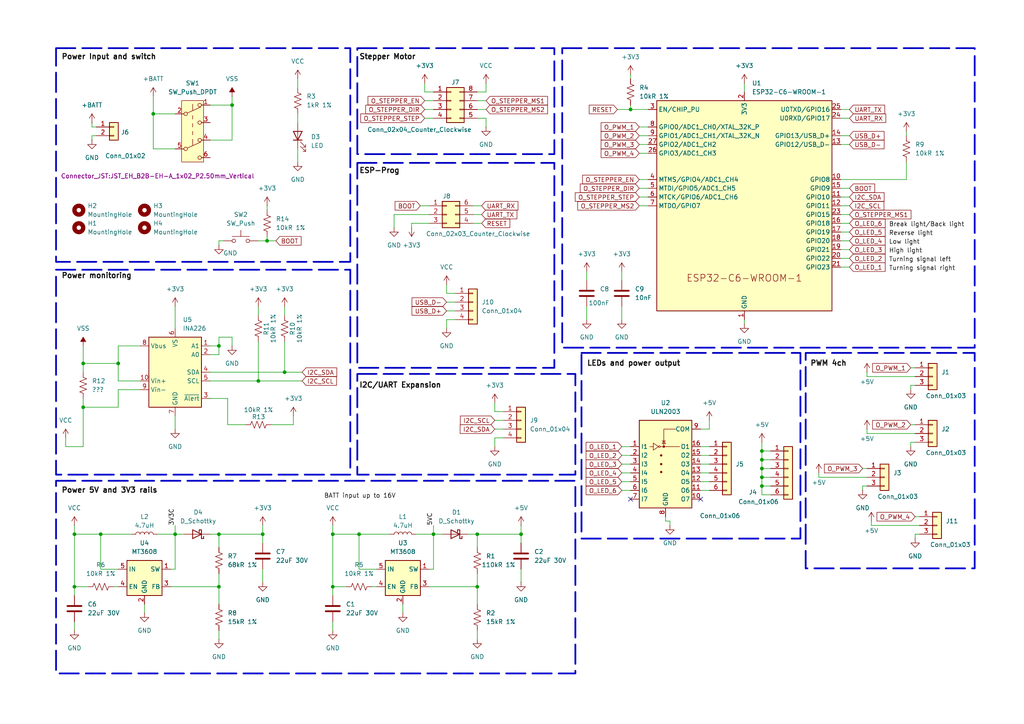
<source format=kicad_sch>
(kicad_sch (version 20250114) (generator "eeschema") (generator_version "9.0")
  (paper "A4")
  (title_block (title "ESP32-C6 ESP-NOW Receiver") (date "2025-02-08") (rev "1.0") (company "Pedro Minatel"))
  (rectangle (start 163.068 13.97) (end 282.702 100.838) (stroke (width 0.508) (type dash)))
  (rectangle (start 103.632 108.458) (end 166.878 137.668) (stroke (width 0.508) (type dash)))
  (rectangle (start 16.256 139.446) (end 166.878 195.326) (stroke (width 0.508) (type dash)))
  (rectangle (start 168.656 102.362) (end 232.156 156.21) (stroke (width 0.508) (type dash)))
  (rectangle (start 233.68 102.362) (end 282.702 164.846) (stroke (width 0.508) (type dash)))
  (rectangle (start 16.256 13.97) (end 101.6 75.946) (stroke (width 0.508) (type dash)))
  (rectangle (start 103.632 13.97) (end 160.782 44.704) (stroke (width 0.508) (type dash)))
  (rectangle (start 103.632 47.244) (end 160.782 106.68) (stroke (width 0.508) (type dash)))
  (rectangle (start 16.256 78.232) (end 101.6 137.668) (stroke (width 0.508) (type dash)))
  (junction (at 63.5 154.94))
  (junction (at 82.55 107.95))
  (junction (at 63.5 100.33))
  (junction (at 220.98 138.43))
  (junction (at 29.21 154.94))
  (junction (at 24.13 105.41))
  (junction (at 77.47 69.85))
  (junction (at 34.29 105.41))
  (junction (at 76.2 154.94))
  (junction (at 21.59 154.94))
  (junction (at 44.45 33.02))
  (junction (at 24.13 118.11))
  (junction (at 138.43 154.94))
  (junction (at 104.14 154.94))
  (junction (at 220.98 130.81))
  (junction (at 96.52 170.18))
  (junction (at 50.8 154.94))
  (junction (at 21.59 170.18))
  (junction (at 220.98 140.97))
  (junction (at 220.98 133.35))
  (junction (at 63.5 170.18))
  (junction (at 125.73 154.94))
  (junction (at 182.88 31.75))
  (junction (at 138.43 170.18))
  (junction (at 96.52 154.94))
  (junction (at 151.13 154.94))
  (junction (at 74.93 110.49))
  (junction (at 220.98 135.89))
  (junction (at 67.31 30.48))
  (no_connect (at 203.2 144.78))
  (no_connect (at 182.88 144.78))
  (wire (pts (xy 123.19 24.13) (xy 123.19 26.67)))
  (wire (pts (xy 151.13 152.4) (xy 151.13 154.94)))
  (wire (pts (xy 26.67 40.64) (xy 26.67 39.37)))
  (wire (pts (xy 21.59 154.94) (xy 21.59 170.18)))
  (wire (pts (xy 125.73 154.94) (xy 128.27 154.94)))
  (wire (pts (xy 143.51 121.92) (xy 146.05 121.92)))
  (wire (pts (xy 76.2 154.94) (xy 63.5 154.94)))
  (wire (pts (xy 264.16 123.19) (xy 265.43 123.19)))
  (wire (pts (xy 143.51 124.46) (xy 146.05 124.46)))
  (wire (pts (xy 182.88 21.59) (xy 182.88 22.86)))
  (wire (pts (xy 63.5 69.85) (xy 63.5 71.12)))
  (wire (pts (xy 138.43 31.75) (xy 140.97 31.75)))
  (wire (pts (xy 34.29 118.11) (xy 34.29 113.03)))
  (wire (pts (xy 203.2 139.7) (xy 205.74 139.7)))
  (wire (pts (xy 193.04 151.13) (xy 194.31 151.13)))
  (wire (pts (xy 151.13 154.94) (xy 138.43 154.94)))
  (wire (pts (xy 60.96 102.87) (xy 63.5 102.87)))
  (wire (pts (xy 137.16 64.77) (xy 139.7 64.77)))
  (wire (pts (xy 252.73 152.4) (xy 266.7 152.4)))
  (wire (pts (xy 34.29 113.03) (xy 40.64 113.03)))
  (wire (pts (xy 63.5 100.33) (xy 60.96 100.33)))
  (wire (pts (xy 205.74 124.46) (xy 203.2 124.46)))
  (wire (pts (xy 180.34 88.9) (xy 180.34 92.71)))
  (wire (pts (xy 50.8 165.1) (xy 50.8 154.94)))
  (wire (pts (xy 124.46 170.18) (xy 138.43 170.18)))
  (wire (pts (xy 185.42 59.69) (xy 187.96 59.69)))
  (wire (pts (xy 203.2 134.62) (xy 205.74 134.62)))
  (wire (pts (xy 120.65 154.94) (xy 125.73 154.94)))
  (wire (pts (xy 60.96 110.49) (xy 74.93 110.49)))
  (wire (pts (xy 138.43 154.94) (xy 138.43 158.75)))
  (wire (pts (xy 220.98 130.81) (xy 223.52 130.81)))
  (wire (pts (xy 74.93 110.49) (xy 87.63 110.49)))
  (wire (pts (xy 243.84 74.93) (xy 246.38 74.93)))
  (wire (pts (xy 77.47 59.69) (xy 77.47 60.96)))
  (wire (pts (xy 243.84 54.61) (xy 246.38 54.61)))
  (wire (pts (xy 44.45 27.94) (xy 44.45 33.02)))
  (wire (pts (xy 251.46 140.97) (xy 250.19 140.97)))
  (wire (pts (xy 26.67 36.83) (xy 27.94 36.83)))
  (wire (pts (xy 119.38 64.77) (xy 124.46 64.77)))
  (wire (pts (xy 125.73 165.1) (xy 125.73 154.94)))
  (wire (pts (xy 251.46 107.95) (xy 251.46 109.22)))
  (wire (pts (xy 170.18 78.74) (xy 170.18 81.28)))
  (wire (pts (xy 203.2 132.08) (xy 205.74 132.08)))
  (wire (pts (xy 24.13 100.33) (xy 24.13 105.41)))
  (wire (pts (xy 76.2 165.1) (xy 76.2 168.91)))
  (wire (pts (xy 205.74 121.92) (xy 205.74 124.46)))
  (wire (pts (xy 49.53 170.18) (xy 63.5 170.18)))
  (wire (pts (xy 44.45 33.02) (xy 50.8 33.02)))
  (wire (pts (xy 266.7 154.94) (xy 265.43 154.94)))
  (wire (pts (xy 26.67 35.56) (xy 26.67 36.83)))
  (wire (pts (xy 104.14 154.94) (xy 113.03 154.94)))
  (wire (pts (xy 151.13 157.48) (xy 151.13 154.94)))
  (wire (pts (xy 50.8 120.65) (xy 50.8 124.46)))
  (wire (pts (xy 60.96 107.95) (xy 82.55 107.95)))
  (wire (pts (xy 215.9 92.71) (xy 215.9 93.98)))
  (wire (pts (xy 25.4 170.18) (xy 21.59 170.18)))
  (wire (pts (xy 243.84 69.85) (xy 246.38 69.85)))
  (wire (pts (xy 265.43 128.27) (xy 264.16 128.27)))
  (wire (pts (xy 45.72 154.94) (xy 50.8 154.94)))
  (wire (pts (xy 26.67 39.37) (xy 27.94 39.37)))
  (wire (pts (xy 243.84 64.77) (xy 246.38 64.77)))
  (wire (pts (xy 129.54 92.71) (xy 129.54 95.25)))
  (wire (pts (xy 34.29 100.33) (xy 34.29 105.41)))
  (wire (pts (xy 60.96 40.64) (xy 67.31 40.64)))
  (wire (pts (xy 243.84 62.23) (xy 246.38 62.23)))
  (wire (pts (xy 243.84 34.29) (xy 246.38 34.29)))
  (wire (pts (xy 185.42 41.91) (xy 187.96 41.91)))
  (wire (pts (xy 24.13 129.54) (xy 24.13 118.11)))
  (wire (pts (xy 194.31 151.13) (xy 194.31 152.4)))
  (wire (pts (xy 50.8 154.94) (xy 53.34 154.94)))
  (wire (pts (xy 182.88 30.48) (xy 182.88 31.75)))
  (wire (pts (xy 21.59 152.4) (xy 21.59 154.94)))
  (wire (pts (xy 67.31 97.79) (xy 67.31 100.33)))
  (wire (pts (xy 180.34 134.62) (xy 182.88 134.62)))
  (wire (pts (xy 60.96 115.57) (xy 66.04 115.57)))
  (wire (pts (xy 262.89 52.07) (xy 262.89 46.99)))
  (wire (pts (xy 180.34 139.7) (xy 182.88 139.7)))
  (wire (pts (xy 262.89 38.1) (xy 262.89 39.37)))
  (wire (pts (xy 252.73 151.13) (xy 252.73 152.4)))
  (wire (pts (xy 138.43 182.88) (xy 138.43 185.42)))
  (wire (pts (xy 243.84 52.07) (xy 262.89 52.07)))
  (wire (pts (xy 40.64 110.49) (xy 34.29 110.49)))
  (wire (pts (xy 85.09 120.65) (xy 85.09 123.19)))
  (wire (pts (xy 138.43 26.67) (xy 140.97 26.67)))
  (wire (pts (xy 123.19 34.29) (xy 125.73 34.29)))
  (wire (pts (xy 220.98 140.97) (xy 223.52 140.97)))
  (wire (pts (xy 96.52 170.18) (xy 96.52 172.72)))
  (wire (pts (xy 138.43 29.21) (xy 140.97 29.21)))
  (wire (pts (xy 77.47 68.58) (xy 77.47 69.85)))
  (wire (pts (xy 185.42 57.15) (xy 187.96 57.15)))
  (wire (pts (xy 151.13 165.1) (xy 151.13 168.91)))
  (wire (pts (xy 179.07 31.75) (xy 182.88 31.75)))
  (wire (pts (xy 250.19 135.89) (xy 251.46 135.89)))
  (wire (pts (xy 82.55 88.9) (xy 82.55 91.44)))
  (wire (pts (xy 100.33 170.18) (xy 96.52 170.18)))
  (wire (pts (xy 185.42 44.45) (xy 187.96 44.45)))
  (wire (pts (xy 138.43 166.37) (xy 138.43 170.18)))
  (wire (pts (xy 237.49 137.16) (xy 237.49 138.43)))
  (wire (pts (xy 34.29 165.1) (xy 29.21 165.1)))
  (wire (pts (xy 67.31 30.48) (xy 67.31 27.94)))
  (wire (pts (xy 243.84 72.39) (xy 246.38 72.39)))
  (wire (pts (xy 124.46 62.23) (xy 114.3 62.23)))
  (wire (pts (xy 123.19 31.75) (xy 125.73 31.75)))
  (wire (pts (xy 21.59 154.94) (xy 29.21 154.94)))
  (wire (pts (xy 24.13 105.41) (xy 24.13 107.95)))
  (wire (pts (xy 250.19 140.97) (xy 250.19 142.24)))
  (wire (pts (xy 63.5 166.37) (xy 63.5 170.18)))
  (wire (pts (xy 243.84 31.75) (xy 246.38 31.75)))
  (wire (pts (xy 67.31 40.64) (xy 67.31 30.48)))
  (wire (pts (xy 143.51 127) (xy 146.05 127)))
  (wire (pts (xy 63.5 97.79) (xy 63.5 100.33)))
  (wire (pts (xy 104.14 165.1) (xy 104.14 154.94)))
  (wire (pts (xy 265.43 149.86) (xy 266.7 149.86)))
  (wire (pts (xy 44.45 43.18) (xy 44.45 33.02)))
  (wire (pts (xy 124.46 165.1) (xy 125.73 165.1)))
  (wire (pts (xy 220.98 138.43) (xy 223.52 138.43)))
  (wire (pts (xy 220.98 130.81) (xy 220.98 133.35)))
  (wire (pts (xy 129.54 82.55) (xy 129.54 85.09)))
  (wire (pts (xy 24.13 115.57) (xy 24.13 118.11)))
  (wire (pts (xy 220.98 138.43) (xy 220.98 140.97)))
  (wire (pts (xy 203.2 142.24) (xy 205.74 142.24)))
  (wire (pts (xy 50.8 43.18) (xy 44.45 43.18)))
  (wire (pts (xy 96.52 154.94) (xy 96.52 170.18)))
  (wire (pts (xy 82.55 107.95) (xy 87.63 107.95)))
  (wire (pts (xy 125.73 152.4) (xy 125.73 154.94)))
  (wire (pts (xy 129.54 87.63) (xy 132.08 87.63)))
  (wire (pts (xy 185.42 52.07) (xy 187.96 52.07)))
  (wire (pts (xy 180.34 129.54) (xy 182.88 129.54)))
  (wire (pts (xy 82.55 99.06) (xy 82.55 107.95)))
  (wire (pts (xy 220.98 133.35) (xy 220.98 135.89)))
  (wire (pts (xy 143.51 129.54) (xy 143.51 127)))
  (wire (pts (xy 21.59 180.34) (xy 21.59 182.88)))
  (wire (pts (xy 264.16 128.27) (xy 264.16 129.54)))
  (wire (pts (xy 138.43 170.18) (xy 138.43 175.26)))
  (wire (pts (xy 182.88 31.75) (xy 187.96 31.75)))
  (wire (pts (xy 63.5 170.18) (xy 63.5 175.26)))
  (wire (pts (xy 114.3 62.23) (xy 114.3 66.04)))
  (wire (pts (xy 24.13 118.11) (xy 34.29 118.11)))
  (wire (pts (xy 74.93 99.06) (xy 74.93 110.49)))
  (wire (pts (xy 237.49 138.43) (xy 251.46 138.43)))
  (wire (pts (xy 123.19 26.67) (xy 125.73 26.67)))
  (wire (pts (xy 138.43 34.29) (xy 140.97 34.29)))
  (wire (pts (xy 19.05 127) (xy 19.05 129.54)))
  (wire (pts (xy 140.97 26.67) (xy 140.97 24.13)))
  (wire (pts (xy 63.5 154.94) (xy 63.5 158.75)))
  (wire (pts (xy 129.54 85.09) (xy 132.08 85.09)))
  (wire (pts (xy 34.29 105.41) (xy 24.13 105.41)))
  (wire (pts (xy 185.42 54.61) (xy 187.96 54.61)))
  (wire (pts (xy 19.05 129.54) (xy 24.13 129.54)))
  (wire (pts (xy 74.93 69.85) (xy 77.47 69.85)))
  (wire (pts (xy 109.22 165.1) (xy 104.14 165.1)))
  (wire (pts (xy 265.43 154.94) (xy 265.43 156.21)))
  (wire (pts (xy 180.34 137.16) (xy 182.88 137.16)))
  (wire (pts (xy 129.54 90.17) (xy 132.08 90.17)))
  (wire (pts (xy 132.08 92.71) (xy 129.54 92.71)))
  (wire (pts (xy 60.96 154.94) (xy 63.5 154.94)))
  (wire (pts (xy 64.77 69.85) (xy 63.5 69.85)))
  (wire (pts (xy 251.46 109.22) (xy 265.43 109.22)))
  (wire (pts (xy 180.34 142.24) (xy 182.88 142.24)))
  (wire (pts (xy 63.5 100.33) (xy 63.5 102.87)))
  (wire (pts (xy 40.64 100.33) (xy 34.29 100.33)))
  (wire (pts (xy 243.84 57.15) (xy 246.38 57.15)))
  (wire (pts (xy 76.2 152.4) (xy 76.2 154.94)))
  (wire (pts (xy 220.98 133.35) (xy 223.52 133.35)))
  (wire (pts (xy 243.84 39.37) (xy 246.38 39.37)))
  (wire (pts (xy 215.9 24.13) (xy 215.9 26.67)))
  (wire (pts (xy 220.98 135.89) (xy 220.98 138.43)))
  (wire (pts (xy 63.5 97.79) (xy 67.31 97.79)))
  (wire (pts (xy 86.36 33.02) (xy 86.36 35.56)))
  (wire (pts (xy 21.59 170.18) (xy 21.59 172.72)))
  (wire (pts (xy 49.53 165.1) (xy 50.8 165.1)))
  (wire (pts (xy 29.21 165.1) (xy 29.21 154.94)))
  (wire (pts (xy 96.52 180.34) (xy 96.52 182.88)))
  (wire (pts (xy 96.52 152.4) (xy 96.52 154.94)))
  (wire (pts (xy 180.34 132.08) (xy 182.88 132.08)))
  (wire (pts (xy 243.84 41.91) (xy 246.38 41.91)))
  (wire (pts (xy 41.91 175.26) (xy 41.91 177.8)))
  (wire (pts (xy 265.43 111.76) (xy 264.16 111.76)))
  (wire (pts (xy 85.09 123.19) (xy 78.74 123.19)))
  (wire (pts (xy 66.04 115.57) (xy 66.04 123.19)))
  (wire (pts (xy 107.95 170.18) (xy 109.22 170.18)))
  (wire (pts (xy 203.2 137.16) (xy 205.74 137.16)))
  (wire (pts (xy 220.98 140.97) (xy 220.98 143.51)))
  (wire (pts (xy 180.34 78.74) (xy 180.34 81.28)))
  (wire (pts (xy 243.84 67.31) (xy 246.38 67.31)))
  (wire (pts (xy 264.16 111.76) (xy 264.16 113.03)))
  (wire (pts (xy 143.51 119.38) (xy 146.05 119.38)))
  (wire (pts (xy 60.96 30.48) (xy 67.31 30.48)))
  (wire (pts (xy 193.04 149.86) (xy 193.04 151.13)))
  (wire (pts (xy 243.84 77.47) (xy 246.38 77.47)))
  (wire (pts (xy 63.5 182.88) (xy 63.5 185.42)))
  (wire (pts (xy 243.84 59.69) (xy 246.38 59.69)))
  (wire (pts (xy 220.98 135.89) (xy 223.52 135.89)))
  (wire (pts (xy 121.92 59.69) (xy 124.46 59.69)))
  (wire (pts (xy 170.18 88.9) (xy 170.18 92.71)))
  (wire (pts (xy 185.42 36.83) (xy 187.96 36.83)))
  (wire (pts (xy 29.21 154.94) (xy 38.1 154.94)))
  (wire (pts (xy 220.98 143.51) (xy 223.52 143.51)))
  (wire (pts (xy 116.84 175.26) (xy 116.84 177.8)))
  (wire (pts (xy 86.36 22.86) (xy 86.36 25.4)))
  (wire (pts (xy 86.36 43.18) (xy 86.36 46.99)))
  (wire (pts (xy 50.8 88.9) (xy 50.8 95.25)))
  (wire (pts (xy 34.29 110.49) (xy 34.29 105.41)))
  (wire (pts (xy 76.2 157.48) (xy 76.2 154.94)))
  (wire (pts (xy 137.16 62.23) (xy 139.7 62.23)))
  (wire (pts (xy 119.38 66.04) (xy 119.38 64.77)))
  (wire (pts (xy 143.51 116.84) (xy 143.51 119.38)))
  (wire (pts (xy 66.04 123.19) (xy 71.12 123.19)))
  (wire (pts (xy 77.47 69.85) (xy 80.01 69.85)))
  (wire (pts (xy 50.8 152.4) (xy 50.8 154.94)))
  (wire (pts (xy 33.02 170.18) (xy 34.29 170.18)))
  (wire (pts (xy 137.16 59.69) (xy 139.7 59.69)))
  (wire (pts (xy 251.46 124.46) (xy 251.46 125.73)))
  (wire (pts (xy 203.2 129.54) (xy 205.74 129.54)))
  (wire (pts (xy 123.19 29.21) (xy 125.73 29.21)))
  (wire (pts (xy 74.93 88.9) (xy 74.93 91.44)))
  (wire (pts (xy 220.98 128.27) (xy 220.98 130.81)))
  (wire (pts (xy 251.46 125.73) (xy 265.43 125.73)))
  (wire (pts (xy 135.89 154.94) (xy 138.43 154.94)))
  (wire (pts (xy 185.42 39.37) (xy 187.96 39.37)))
  (wire (pts (xy 140.97 34.29) (xy 140.97 36.83)))
  (wire (pts (xy 264.16 106.68) (xy 265.43 106.68)))
  (wire (pts (xy 96.52 154.94) (xy 104.14 154.94)))
  (label "Turning signal left" (at 257.81 76.2 0))
  (label "ESP-Prog" (at 104.14 50.8 0) (effects (font (size 1.524 1.524) (thickness 0.3048) (bold yes))))
  (label "Turning signal right" (at 257.81 78.74 0))
  (label "BATT input up to 16V" (at 93.98 144.78 0))
  (label "Power monitoring" (at 17.78 81.28 0) (effects (font (size 1.524 1.524) (thickness 0.3048) (bold yes))))
  (label "High light" (at 257.81 73.66 0))
  (label "Break light{slash}Back light" (at 257.81 66.04 0))
  (label "LEDs and power output" (at 170.18 106.68 0) (effects (font (size 1.524 1.524) (thickness 0.3048) (bold yes))))
  (label "3V3C" (at 50.8 152.4 90))
  (label "PWM 4ch" (at 234.95 106.68 0) (effects (font (size 1.524 1.524) (thickness 0.3048) (bold yes))))
  (label "Power 5V and 3V3 rails" (at 17.78 143.51 0) (effects (font (size 1.524 1.524) (thickness 0.3048) (bold yes))))
  (label "5VC" (at 125.73 152.4 90))
  (label "Reverse light" (at 257.81 68.58 0))
  (label "I2C{slash}UART Expansion" (at 104.14 113.03 0) (effects (font (size 1.524 1.524) (thickness 0.3048) (bold yes))))
  (label "Low light" (at 257.81 71.12 0))
  (label "Power Input and switch" (at 17.78 17.78 0) (effects (font (size 1.524 1.524) (thickness 0.3048) (bold yes))))
  (label "Stepper Motor" (at 104.14 17.78 0) (effects (font (size 1.524 1.524) (thickness 0.3048) (bold yes))))
  (global_label "O_LED_4" (shape input) (at 180.34 137.16 180) (property "Intersheetrefs" "${INTERSHEET_REFS}" (effects (hide yes))))
  (global_label "BOOT" (shape input) (at 80.01 69.85 0) (property "Intersheetrefs" "${INTERSHEET_REFS}" (effects (hide yes))))
  (global_label "O_STEPPER_DIR" (shape input) (at 185.42 54.61 180) (property "Intersheetrefs" "${INTERSHEET_REFS}" (effects (hide yes))))
  (global_label "O_LED_1" (shape input) (at 246.38 77.47 0) (property "Intersheetrefs" "${INTERSHEET_REFS}" (effects (hide yes))))
  (global_label "O_LED_6" (shape input) (at 180.34 142.24 180) (property "Intersheetrefs" "${INTERSHEET_REFS}" (effects (hide yes))))
  (global_label "I2C_SCL" (shape input) (at 246.38 59.69 0) (property "Intersheetrefs" "${INTERSHEET_REFS}" (effects (hide yes))))
  (global_label "O_LED_3" (shape input) (at 246.38 72.39 0) (property "Intersheetrefs" "${INTERSHEET_REFS}" (effects (hide yes))))
  (global_label "O_STEPPER_MS2" (shape input) (at 185.42 59.69 180) (property "Intersheetrefs" "${INTERSHEET_REFS}" (effects (hide yes))))
  (global_label "O_STEPPER_MS1" (shape input) (at 140.97 29.21 0) (property "Intersheetrefs" "${INTERSHEET_REFS}" (effects (hide yes))))
  (global_label "O_STEPPER_MS2" (shape input) (at 140.97 31.75 0) (property "Intersheetrefs" "${INTERSHEET_REFS}" (effects (hide yes))))
  (global_label "BOOT" (shape input) (at 121.92 59.69 180) (property "Intersheetrefs" "${INTERSHEET_REFS}" (effects (hide yes))))
  (global_label "O_PWM_1" (shape input) (at 185.42 36.83 180) (property "Intersheetrefs" "${INTERSHEET_REFS}" (effects (hide yes))))
  (global_label "I2C_SCL" (shape input) (at 87.63 110.49 0) (property "Intersheetrefs" "${INTERSHEET_REFS}" (effects (hide yes))))
  (global_label "RESET" (shape input) (at 139.7 64.77 0) (property "Intersheetrefs" "${INTERSHEET_REFS}" (effects (hide yes))))
  (global_label "O_LED_2" (shape input) (at 246.38 74.93 0) (property "Intersheetrefs" "${INTERSHEET_REFS}" (effects (hide yes))))
  (global_label "UART_TX" (shape input) (at 246.38 31.75 0) (property "Intersheetrefs" "${INTERSHEET_REFS}" (effects (hide yes))))
  (global_label "UART_TX" (shape input) (at 139.7 62.23 0) (property "Intersheetrefs" "${INTERSHEET_REFS}" (effects (hide yes))))
  (global_label "O_PWM_2" (shape input) (at 264.16 123.19 180) (property "Intersheetrefs" "${INTERSHEET_REFS}" (effects (hide yes))))
  (global_label "USB_D-" (shape input) (at 246.38 41.91 0) (property "Intersheetrefs" "${INTERSHEET_REFS}" (effects (hide yes))))
  (global_label "O_LED_2" (shape input) (at 180.34 132.08 180) (property "Intersheetrefs" "${INTERSHEET_REFS}" (effects (hide yes))))
  (global_label "USB_D+" (shape input) (at 246.38 39.37 0) (property "Intersheetrefs" "${INTERSHEET_REFS}" (effects (hide yes))))
  (global_label "USB_D+" (shape input) (at 129.54 90.17 180) (property "Intersheetrefs" "${INTERSHEET_REFS}" (effects (hide yes))))
  (global_label "O_PWM_3" (shape input) (at 250.19 135.89 180) (property "Intersheetrefs" "${INTERSHEET_REFS}" (effects (hide yes))))
  (global_label "UART_RX" (shape input) (at 246.38 34.29 0) (property "Intersheetrefs" "${INTERSHEET_REFS}" (effects (hide yes))))
  (global_label "I2C_SDA" (shape input) (at 87.63 107.95 0) (property "Intersheetrefs" "${INTERSHEET_REFS}" (effects (hide yes))))
  (global_label "O_LED_6" (shape input) (at 246.38 64.77 0) (property "Intersheetrefs" "${INTERSHEET_REFS}" (effects (hide yes))))
  (global_label "O_STEPPER_STEP" (shape input) (at 185.42 57.15 180) (property "Intersheetrefs" "${INTERSHEET_REFS}" (effects (hide yes))))
  (global_label "O_STEPPER_EN" (shape input) (at 123.19 29.21 180) (property "Intersheetrefs" "${INTERSHEET_REFS}" (effects (hide yes))))
  (global_label "O_LED_4" (shape input) (at 246.38 69.85 0) (property "Intersheetrefs" "${INTERSHEET_REFS}" (effects (hide yes))))
  (global_label "O_LED_1" (shape input) (at 180.34 129.54 180) (property "Intersheetrefs" "${INTERSHEET_REFS}" (effects (hide yes))))
  (global_label "O_PWM_4" (shape input) (at 265.43 149.86 180) (property "Intersheetrefs" "${INTERSHEET_REFS}" (effects (hide yes))))
  (global_label "UART_RX" (shape input) (at 139.7 59.69 0) (property "Intersheetrefs" "${INTERSHEET_REFS}" (effects (hide yes))))
  (global_label "I2C_SCL" (shape input) (at 143.51 121.92 180) (property "Intersheetrefs" "${INTERSHEET_REFS}" (effects (hide yes))))
  (global_label "O_STEPPER_STEP" (shape input) (at 123.19 34.29 180) (property "Intersheetrefs" "${INTERSHEET_REFS}" (effects (hide yes))))
  (global_label "USB_D-" (shape input) (at 129.54 87.63 180) (property "Intersheetrefs" "${INTERSHEET_REFS}" (effects (hide yes))))
  (global_label "O_PWM_1" (shape input) (at 264.16 106.68 180) (property "Intersheetrefs" "${INTERSHEET_REFS}" (effects (hide yes))))
  (global_label "O_PWM_3" (shape input) (at 185.42 41.91 180) (property "Intersheetrefs" "${INTERSHEET_REFS}" (effects (hide yes))))
  (global_label "O_LED_5" (shape input) (at 180.34 139.7 180) (property "Intersheetrefs" "${INTERSHEET_REFS}" (effects (hide yes))))
  (global_label "BOOT" (shape input) (at 246.38 54.61 0) (property "Intersheetrefs" "${INTERSHEET_REFS}" (effects (hide yes))))
  (global_label "O_LED_5" (shape input) (at 246.38 67.31 0) (property "Intersheetrefs" "${INTERSHEET_REFS}" (effects (hide yes))))
  (global_label "O_STEPPER_MS1" (shape input) (at 246.38 62.23 0) (property "Intersheetrefs" "${INTERSHEET_REFS}" (effects (hide yes))))
  (global_label "RESET" (shape input) (at 179.07 31.75 180) (property "Intersheetrefs" "${INTERSHEET_REFS}" (effects (hide yes))))
  (global_label "O_LED_3" (shape input) (at 180.34 134.62 180) (property "Intersheetrefs" "${INTERSHEET_REFS}" (effects (hide yes))))
  (global_label "O_PWM_2" (shape input) (at 185.42 39.37 180) (property "Intersheetrefs" "${INTERSHEET_REFS}" (effects (hide yes))))
  (global_label "O_PWM_4" (shape input) (at 185.42 44.45 180) (property "Intersheetrefs" "${INTERSHEET_REFS}" (effects (hide yes))))
  (global_label "I2C_SDA" (shape input) (at 143.51 124.46 180) (property "Intersheetrefs" "${INTERSHEET_REFS}" (effects (hide yes))))
  (global_label "O_STEPPER_DIR" (shape input) (at 123.19 31.75 180) (property "Intersheetrefs" "${INTERSHEET_REFS}" (effects (hide yes))))
  (global_label "I2C_SDA" (shape input) (at 246.38 57.15 0) (property "Intersheetrefs" "${INTERSHEET_REFS}" (effects (hide yes))))
  (global_label "O_STEPPER_EN" (shape input) (at 185.42 52.07 180) (property "Intersheetrefs" "${INTERSHEET_REFS}" (effects (hide yes))))
  (symbol (lib_id "power:+5V") (at 251.46 107.95 0) (unit 1)
    (property "Reference" "#PWR023" (effects (hide yes)))
    (property "Value" "+5V" (at 251.46 110.744 0))
    (property "Description" "Power symbol creates a global label with name \"+5V\"" (effects (hide yes)))
  )
  (symbol (lib_id "power:+5V") (at 151.13 152.4 0) (unit 1)
    (property "Reference" "#PWR010" (effects (hide yes)))
    (property "Value" "+5V" (at 151.13 147.32 0))
    (property "Description" "Power symbol creates a global label with name \"+5V\"" (effects (hide yes)))
  )
  (symbol (lib_id "power:+3V3") (at 76.2 152.4 0) (unit 1)
    (property "Reference" "#PWR04" (effects (hide yes)))
    (property "Value" "+3V3" (at 76.2 147.32 0))
    (property "Description" "Power symbol creates a global label with name \"+3V3\"" (effects (hide yes)))
  )
  (symbol (lib_id "power:+BATT") (at 26.67 35.56 0) (unit 1)
    (property "Reference" "#PWR025" (effects (hide yes)))
    (property "Value" "+BATT" (at 26.67 30.48 0))
    (property "Description" "Power symbol creates a global label with name \"+BATT\"" (effects (hide yes)))
  )
  (symbol (lib_id "Regulator_Switching:MT3608") (at 41.91 167.64 0) (unit 1)
    (property "Reference" "U4" (at 41.91 157.48 0))
    (property "Value" "MT3608" (at 41.91 160.02 0))
    (property "Footprint" "Package_TO_SOT_SMD:SOT-23-6" (effects (hide yes)))
    (property "Datasheet" "https://www.olimex.com/Products/Breadboarding/BB-PWR-3608/resources/MT3608.pdf" (effects (hide yes)))
    (property "Description" "High Efficiency 1.2MHz 2A Step Up Converter, 2-24V Vin, 28V Vout, 4A current limit, 1.2MHz, SOT23-6" (effects (hide yes)))
  )
  (symbol (lib_id "Mechanical:MountingHole") (at 41.91 66.04 0) (unit 1) (exclude_from_sim yes) (in_bom no)
    (property "Reference" "H4" (at 44.45 64.7699 0) (effects (justify left)))
    (property "Value" "MountingHole" (at 44.45 67.3099 0) (effects (justify left)))
    (property "Footprint" "MountingHole:MountingHole_4mm_Pad_TopBottom" (effects (hide yes)))
    (property "Description" "Mounting Hole without connection" (effects (hide yes)))
  )
  (symbol (lib_id "Device:R_US") (at 74.93 123.19 270) (unit 1)
    (property "Reference" "R13" (at 76.962 120.904 90) (effects (justify right)))
    (property "Value" "10kR 1%" (at 79.248 118.872 90) (effects (justify right)))
    (property "Footprint" "Resistor_SMD:R_0603_1608Metric" (effects (hide yes)))
    (property "Description" "Resistor, US symbol" (effects (hide yes)))
  )
  (symbol (lib_id "power:GND") (at 194.31 152.4 0) (unit 1)
    (property "Reference" "#PWR02" (effects (hide yes)))
    (property "Value" "GND" (at 194.31 157.48 0))
    (property "Description" "Power symbol creates a global label with name \"GND\" , ground" (effects (hide yes)))
  )
  (symbol (lib_id "power:VCC") (at 19.05 127 0) (unit 1)
    (property "Reference" "#PWR045" (effects (hide yes)))
    (property "Value" "VCC" (at 19.05 121.92 0))
    (property "Description" "Power symbol creates a global label with name \"VCC\"" (effects (hide yes)))
  )
  (symbol (lib_id "power:GND") (at 250.19 142.24 0) (unit 1)
    (property "Reference" "#PWR053" (effects (hide yes)))
    (property "Value" "GND" (at 250.19 147.32 0))
    (property "Description" "Power symbol creates a global label with name \"GND\" , ground" (effects (hide yes)))
  )
  (symbol (lib_id "power:VCC") (at 140.97 24.13 0) (unit 1)
    (property "Reference" "#PWR03" (effects (hide yes)))
    (property "Value" "VCC" (at 140.97 19.05 0))
    (property "Description" "Power symbol creates a global label with name \"VCC\"" (effects (hide yes)))
  )
  (symbol (lib_id "power:GND") (at 215.9 93.98 0) (unit 1)
    (property "Reference" "#PWR01" (effects (hide yes)))
    (property "Value" "GND" (at 215.9 99.06 0))
    (property "Description" "Power symbol creates a global label with name \"GND\" , ground" (effects (hide yes)))
  )
  (symbol (lib_id "Device:C") (at 96.52 176.53 0) (unit 1)
    (property "Reference" "C1" (at 100.33 175.2599 0) (effects (justify left)))
    (property "Value" "22uF 30V" (at 100.33 177.7999 0) (effects (justify left)))
    (property "Footprint" "Capacitor_SMD:C_0603_1608Metric" (effects (hide yes)))
    (property "Description" "Unpolarized capacitor" (effects (hide yes)))
  )
  (symbol (lib_id "power:GND") (at 21.59 182.88 0) (unit 1)
    (property "Reference" "#PWR012" (effects (hide yes)))
    (property "Value" "GND" (at 21.59 187.96 0))
    (property "Description" "Power symbol creates a global label with name \"GND\" , ground" (effects (hide yes)))
  )
  (symbol (lib_id "Device:R_US") (at 77.47 64.77 0) (unit 1)
    (property "Reference" "R14" (at 80.01 63.4999 0) (effects (justify left)))
    (property "Value" "10kR 1%" (at 80.01 66.0399 0) (effects (justify left)))
    (property "Footprint" "Resistor_SMD:R_0603_1608Metric" (effects (hide yes)))
    (property "Description" "Resistor, US symbol" (effects (hide yes)))
  )
  (symbol (lib_id "power:+3V3") (at 182.88 21.59 0) (unit 1)
    (property "Reference" "#PWR018" (effects (hide yes)))
    (property "Value" "+3V3" (at 182.88 16.51 0))
    (property "Description" "Power symbol creates a global label with name \"+3V3\"" (effects (hide yes)))
  )
  (symbol (lib_id "Device:L") (at 116.84 154.94 90) (unit 1)
    (property "Reference" "L1" (at 116.84 149.86 90))
    (property "Value" "4.7uH" (at 116.84 152.4 90))
    (property "Footprint" "Inductor_SMD:L_Changjiang_FNR5020S" (effects (hide yes)))
    (property "Description" "Inductor" (effects (hide yes)))
  )
  (symbol (lib_id "Transistor_Array:ULN2003") (at 193.04 134.62 0) (unit 1)
    (property "Reference" "U2" (at 193.04 116.84 0))
    (property "Value" "ULN2003" (at 193.04 119.38 0))
    (property "Footprint" "Package_SO:SOP-16_3.9x9.9mm_P1.27mm" (effects (hide yes)))
    (property "Datasheet" "http://www.ti.com/lit/ds/symlink/uln2003a.pdf" (effects (hide yes)))
    (property "Description" "High Voltage, High Current Darlington Transistor Arrays, SOIC16/SOIC16W/DIP16/TSSOP16" (effects (hide yes)))
  )
  (symbol (lib_id "power:VSS") (at 24.13 100.33 0) (unit 1)
    (property "Reference" "#PWR011" (effects (hide yes)))
    (property "Value" "VSS" (at 24.13 95.25 0))
    (property "Description" "Power symbol creates a global label with name \"VSS\"" (effects (hide yes)))
  )
  (symbol (lib_id "Device:C") (at 76.2 161.29 0) (unit 1)
    (property "Reference" "C7" (at 80.01 160.0199 0) (effects (justify left)))
    (property "Value" "22uF 30V" (at 80.01 162.5599 0) (effects (justify left)))
    (property "Footprint" "Capacitor_SMD:C_0603_1608Metric" (effects (hide yes)))
    (property "Description" "Unpolarized capacitor" (effects (hide yes)))
  )
  (symbol (lib_id "power:+5V") (at 252.73 151.13 0) (unit 1)
    (property "Reference" "#PWR054" (effects (hide yes)))
    (property "Value" "+5V" (at 252.73 153.924 0))
    (property "Description" "Power symbol creates a global label with name \"+5V\"" (effects (hide yes)))
  )
  (symbol (lib_id "power:VCC") (at 129.54 82.55 0) (unit 1)
    (property "Reference" "#PWR035" (effects (hide yes)))
    (property "Value" "VCC" (at 129.54 77.47 0))
    (property "Description" "Power symbol creates a global label with name \"VCC\"" (effects (hide yes)))
  )
  (symbol (lib_id "Connector_Generic:Conn_01x02") (at 33.02 36.83 0) (unit 1)
    (property "Reference" "J6" (at 35.052 38.354 0) (effects (justify left)))
    (property "Value" "Conn_01x02" (at 30.48 45.212 0) (effects (justify left)))
    (property "Footprint" "Connector_JST:JST_EH_B2B-EH-A_1x02_P2.50mm_Vertical" (at 45.72 51.054 0))
    (property "Description" "Generic connector, single row, 01x02, script generated (kicad-library-utils/schlib/autogen/connector/)" (effects (hide yes)))
  )
  (symbol (lib_id "power:+3V3") (at 143.51 116.84 0) (unit 1)
    (property "Reference" "#PWR038" (effects (hide yes)))
    (property "Value" "+3V3" (at 143.51 111.76 0))
    (property "Description" "Power symbol creates a global label with name \"+3V3\"" (effects (hide yes)))
  )
  (symbol (lib_id "power:GND") (at 41.91 177.8 0) (unit 1)
    (property "Reference" "#PWR013" (effects (hide yes)))
    (property "Value" "GND" (at 41.91 182.88 0))
    (property "Description" "Power symbol creates a global label with name \"GND\" , ground" (effects (hide yes)))
  )
  (symbol (lib_id "power:GND") (at 180.34 92.71 0) (unit 1)
    (property "Reference" "#PWR021" (effects (hide yes)))
    (property "Value" "GND" (at 180.34 97.79 0))
    (property "Description" "Power symbol creates a global label with name \"GND\" , ground" (effects (hide yes)))
  )
  (symbol (lib_id "power:+3V3") (at 180.34 78.74 0) (unit 1)
    (property "Reference" "#PWR019" (effects (hide yes)))
    (property "Value" "+3V3" (at 180.34 73.66 0))
    (property "Description" "Power symbol creates a global label with name \"+3V3\"" (effects (hide yes)))
  )
  (symbol (lib_id "Connector_Generic:Conn_01x03") (at 256.54 138.43 0) (unit 1)
    (property "Reference" "J3" (at 259.08 137.1599 0) (effects (justify left)))
    (property "Value" "Conn_01x03" (at 254.508 144.018 0) (effects (justify left)))
    (property "Footprint" "Connector_PinHeader_2.54mm:PinHeader_1x03_P2.54mm_Vertical" (effects (hide yes)))
    (property "Description" "Generic connector, single row, 01x03, script generated (kicad-library-utils/schlib/autogen/connector/)" (effects (hide yes)))
  )
  (symbol (lib_id "Device:C") (at 151.13 161.29 0) (unit 1)
    (property "Reference" "C2" (at 154.94 160.0199 0) (effects (justify left)))
    (property "Value" "22uF 30V" (at 154.94 162.5599 0) (effects (justify left)))
    (property "Footprint" "Capacitor_SMD:C_0603_1608Metric" (effects (hide yes)))
    (property "Description" "Unpolarized capacitor" (effects (hide yes)))
  )
  (symbol (lib_id "Sensor_Energy:INA226") (at 50.8 107.95 0) (unit 1)
    (property "Reference" "U5" (at 52.9941 92.71 0) (effects (justify left)))
    (property "Value" "INA226" (at 52.9941 95.25 0) (effects (justify left)))
    (property "Footprint" "Package_SO:VSSOP-10_3x3mm_P0.5mm" (effects (hide yes)))
    (property "Datasheet" "http://www.ti.com/lit/ds/symlink/ina226.pdf" (effects (hide yes)))
    (property "Description" "High-Side or Low-Side Measurement, Bi-Directional Current and Power Monitor (0-36V) with I2C Compatible Interface, VSSOP-10" (effects (hide yes)))
  )
  (symbol (lib_id "Connector_Generic:Conn_01x03") (at 270.51 125.73 0) (unit 1)
    (property "Reference" "J2" (at 273.05 124.4599 0) (effects (justify left)))
    (property "Value" "Conn_01x03" (at 268.478 131.318 0) (effects (justify left)))
    (property "Footprint" "Connector_PinHeader_2.54mm:PinHeader_1x03_P2.54mm_Vertical" (effects (hide yes)))
    (property "Description" "Generic connector, single row, 01x03, script generated (kicad-library-utils/schlib/autogen/connector/)" (effects (hide yes)))
  )
  (symbol (lib_id "Connector_Generic:Conn_02x03_Counter_Clockwise") (at 129.54 62.23 0) (unit 1)
    (property "Reference" "J8" (at 129.54 56.896 0))
    (property "Value" "Conn_02x03_Counter_Clockwise" (at 138.684 67.818 0))
    (property "Footprint" "Connector_PinHeader_1.27mm:PinHeader_2x03_P1.27mm_Vertical_SMD" (effects (hide yes)))
    (property "Description" "Generic connector, double row, 02x03, counter clockwise pin numbering scheme (similar to DIP package numbering), script generated (kicad-library-utils/schlib/autogen/connector/)" (effects (hide yes)))
  )
  (symbol (lib_id "Device:D_Schottky") (at 57.15 154.94 180) (unit 1)
    (property "Reference" "D4" (at 57.4675 148.59 0))
    (property "Value" "D_Schottky" (at 57.4675 151.13 0))
    (property "Footprint" "Diode_SMD:D_SMF" (effects (hide yes)))
    (property "Description" "Schottky diode" (effects (hide yes)))
  )
  (symbol (lib_id "Device:R_US") (at 24.13 111.76 0) (unit 1)
    (property "Reference" "R12" (at 26.67 110.4899 0) (effects (justify left)))
    (property "Value" "???" (at 26.67 113.0299 0) (effects (justify left)))
    (property "Footprint" "Resistor_SMD:R_0805_2012Metric" (effects (hide yes)))
    (property "Description" "Resistor, US symbol" (effects (hide yes)))
  )
  (symbol (lib_id "Device:R_US") (at 262.89 43.18 0) (unit 1)
    (property "Reference" "R9" (at 265.43 41.9099 0) (effects (justify left)))
    (property "Value" "10kR 1%" (at 265.43 44.4499 0) (effects (justify left)))
    (property "Footprint" "Resistor_SMD:R_0603_1608Metric" (effects (hide yes)))
    (property "Description" "Resistor, US symbol" (effects (hide yes)))
  )
  (symbol (lib_id "power:GND") (at 67.31 100.33 0) (unit 1)
    (property "Reference" "#PWR043" (effects (hide yes)))
    (property "Value" "GND" (at 67.31 105.41 0))
    (property "Description" "Power symbol creates a global label with name \"GND\" , ground" (effects (hide yes)))
  )
  (symbol (lib_id "Mechanical:MountingHole") (at 22.86 60.96 0) (unit 1) (exclude_from_sim yes) (in_bom no)
    (property "Reference" "H2" (at 25.4 59.6899 0) (effects (justify left)))
    (property "Value" "MountingHole" (at 25.4 62.2299 0) (effects (justify left)))
    (property "Footprint" "MountingHole:MountingHole_4mm_Pad_TopBottom" (effects (hide yes)))
    (property "Description" "Mounting Hole without connection" (effects (hide yes)))
  )
  (symbol (lib_id "power:VCC") (at 96.52 152.4 0) (unit 1)
    (property "Reference" "#PWR027" (effects (hide yes)))
    (property "Value" "VCC" (at 96.52 147.32 0))
    (property "Description" "Power symbol creates a global label with name \"VCC\"" (effects (hide yes)))
  )
  (symbol (lib_id "power:GND") (at 86.36 46.99 0) (unit 1)
    (property "Reference" "#PWR030" (effects (hide yes)))
    (property "Value" "GND" (at 86.36 52.07 0))
    (property "Description" "Power symbol creates a global label with name \"GND\" , ground" (effects (hide yes)))
  )
  (symbol (lib_id "Device:R_US") (at 82.55 95.25 180) (unit 1)
    (property "Reference" "R10" (at 84.836 97.282 90) (effects (justify right)))
    (property "Value" "10kR 1%" (at 86.868 99.568 90) (effects (justify right)))
    (property "Footprint" "Resistor_SMD:R_0603_1608Metric" (effects (hide yes)))
    (property "Description" "Resistor, US symbol" (effects (hide yes)))
  )
  (symbol (lib_id "Device:LED") (at 86.36 39.37 90) (unit 1)
    (property "Reference" "D3" (at 90.17 39.6874 90) (effects (justify right)))
    (property "Value" "LED" (at 90.17 42.2274 90) (effects (justify right)))
    (property "Footprint" "LED_SMD:LED_0603_1608Metric" (effects (hide yes)))
    (property "Description" "Light emitting diode" (effects (hide yes)))
  )
  (symbol (lib_id "Device:R_US") (at 86.36 29.21 0) (unit 1)
    (property "Reference" "R3" (at 88.9 27.9399 0) (effects (justify left)))
    (property "Value" "1kR 1%" (at 88.9 30.4799 0) (effects (justify left)))
    (property "Footprint" "Resistor_SMD:R_0603_1608Metric" (effects (hide yes)))
    (property "Description" "Resistor, US symbol" (effects (hide yes)))
  )
  (symbol (lib_id "power:GND") (at 63.5 185.42 0) (unit 1)
    (property "Reference" "#PWR014" (effects (hide yes)))
    (property "Value" "GND" (at 63.5 190.5 0))
    (property "Description" "Power symbol creates a global label with name \"GND\" , ground" (effects (hide yes)))
  )
  (symbol (lib_id "power:GND") (at 143.51 129.54 0) (unit 1)
    (property "Reference" "#PWR039" (effects (hide yes)))
    (property "Value" "GND" (at 143.51 134.62 0))
    (property "Description" "Power symbol creates a global label with name \"GND\" , ground" (effects (hide yes)))
  )
  (symbol (lib_id "Regulator_Switching:MT3608") (at 116.84 167.64 0) (unit 1)
    (property "Reference" "U3" (at 116.84 157.48 0))
    (property "Value" "MT3608" (at 116.84 160.02 0))
    (property "Footprint" "Package_TO_SOT_SMD:SOT-23-6" (effects (hide yes)))
    (property "Datasheet" "https://www.olimex.com/Products/Breadboarding/BB-PWR-3608/resources/MT3608.pdf" (effects (hide yes)))
    (property "Description" "High Efficiency 1.2MHz 2A Step Up Converter, 2-24V Vin, 28V Vout, 4A current limit, 1.2MHz, SOT23-6" (effects (hide yes)))
  )
  (symbol (lib_id "Device:R_US") (at 63.5 162.56 0) (unit 1)
    (property "Reference" "R7" (at 66.04 161.2899 0) (effects (justify left)))
    (property "Value" "68kR 1%" (at 66.04 163.8299 0) (effects (justify left)))
    (property "Footprint" "Resistor_SMD:R_0603_1608Metric" (effects (hide yes)))
    (property "Description" "Resistor, US symbol" (effects (hide yes)))
  )
  (symbol (lib_id "power:GND") (at 26.67 40.64 0) (unit 1)
    (property "Reference" "#PWR026" (effects (hide yes)))
    (property "Value" "GND" (at 26.67 45.72 0))
    (property "Description" "Power symbol creates a global label with name \"GND\" , ground" (effects (hide yes)))
  )
  (symbol (lib_id "Switch:SW_Push_DPDT") (at 55.88 38.1 0) (unit 1)
    (property "Reference" "SW1" (at 55.88 24.13 0))
    (property "Value" "SW_Push_DPDT" (at 55.88 26.67 0))
    (property "Footprint" "Minatel Library:Switch-6P-2way" (effects (hide yes)))
    (property "Description" "Momentary Switch, dual pole double throw" (effects (hide yes)))
  )
  (symbol (lib_id "Connector_Generic:Conn_01x03") (at 270.51 109.22 0) (unit 1)
    (property "Reference" "J1" (at 273.05 107.9499 0) (effects (justify left)))
    (property "Value" "Conn_01x03" (at 268.478 114.808 0) (effects (justify left)))
    (property "Footprint" "Connector_PinHeader_2.54mm:PinHeader_1x03_P2.54mm_Vertical" (effects (hide yes)))
    (property "Description" "Generic connector, single row, 01x03, script generated (kicad-library-utils/schlib/autogen/connector/)" (effects (hide yes)))
  )
  (symbol (lib_id "Mechanical:MountingHole") (at 22.86 66.04 0) (unit 1) (exclude_from_sim yes) (in_bom no)
    (property "Reference" "H1" (at 25.4 64.7699 0) (effects (justify left)))
    (property "Value" "MountingHole" (at 25.4 67.3099 0) (effects (justify left)))
    (property "Footprint" "MountingHole:MountingHole_4mm_Pad_TopBottom" (effects (hide yes)))
    (property "Description" "Mounting Hole without connection" (effects (hide yes)))
  )
  (symbol (lib_id "power:+5V") (at 237.49 137.16 0) (unit 1)
    (property "Reference" "#PWR052" (effects (hide yes)))
    (property "Value" "+5V" (at 237.49 139.954 0))
    (property "Description" "Power symbol creates a global label with name \"+5V\"" (effects (hide yes)))
  )
  (symbol (lib_id "power:+3V3") (at 119.38 66.04 180) (unit 1)
    (property "Reference" "#PWR034" (effects (hide yes)))
    (property "Value" "+3V3" (at 119.38 71.12 0))
    (property "Description" "Power symbol creates a global label with name \"+3V3\"" (effects (hide yes)))
  )
  (symbol (lib_id "power:+3V3") (at 82.55 88.9 0) (unit 1)
    (property "Reference" "#PWR041" (effects (hide yes)))
    (property "Value" "+3V3" (at 82.55 83.82 0))
    (property "Description" "Power symbol creates a global label with name \"+3V3\"" (effects (hide yes)))
  )
  (symbol (lib_id "Connector_Generic:Conn_02x04_Counter_Clockwise") (at 130.81 29.21 0) (unit 1)
    (property "Reference" "J7" (at 132.08 23.876 0))
    (property "Value" "Conn_02x04_Counter_Clockwise" (at 121.666 37.592 0))
    (property "Footprint" "Connector_IDC:IDC-Header_2x04_P2.54mm_Vertical" (effects (hide yes)))
    (property "Description" "Generic connector, double row, 02x04, counter clockwise pin numbering scheme (similar to DIP package numbering), script generated (kicad-library-utils/schlib/autogen/connector/)" (effects (hide yes)))
  )
  (symbol (lib_id "power:+3V3") (at 74.93 88.9 0) (unit 1)
    (property "Reference" "#PWR040" (effects (hide yes)))
    (property "Value" "+3V3" (at 74.93 83.82 0))
    (property "Description" "Power symbol creates a global label with name \"+3V3\"" (effects (hide yes)))
  )
  (symbol (lib_id "power:+3V3") (at 123.19 24.13 0) (unit 1)
    (property "Reference" "#PWR032" (effects (hide yes)))
    (property "Value" "+3V3" (at 123.19 19.05 0))
    (property "Description" "Power symbol creates a global label with name \"+3V3\"" (effects (hide yes)))
  )
  (symbol (lib_id "power:+3V3") (at 262.89 38.1 0) (unit 1)
    (property "Reference" "#PWR033" (effects (hide yes)))
    (property "Value" "+3V3" (at 262.89 33.02 0))
    (property "Description" "Power symbol creates a global label with name \"+3V3\"" (effects (hide yes)))
  )
  (symbol (lib_id "power:GND") (at 265.43 156.21 0) (unit 1)
    (property "Reference" "#PWR055" (effects (hide yes)))
    (property "Value" "GND" (at 265.43 161.29 0))
    (property "Description" "Power symbol creates a global label with name \"GND\" , ground" (effects (hide yes)))
  )
  (symbol (lib_id "power:+BATT") (at 44.45 27.94 0) (unit 1)
    (property "Reference" "#PWR05" (effects (hide yes)))
    (property "Value" "+BATT" (at 44.45 22.86 0))
    (property "Description" "Power symbol creates a global label with name \"+BATT\"" (effects (hide yes)))
  )
  (symbol (lib_id "Device:D_Schottky") (at 132.08 154.94 180) (unit 1)
    (property "Reference" "D1" (at 132.3975 148.59 0))
    (property "Value" "D_Schottky" (at 132.3975 151.13 0))
    (property "Footprint" "Diode_SMD:D_SMF" (effects (hide yes)))
    (property "Description" "Schottky diode" (effects (hide yes)))
  )
  (symbol (lib_id "power:+3V3") (at 85.09 120.65 0) (unit 1)
    (property "Reference" "#PWR047" (effects (hide yes)))
    (property "Value" "+3V3" (at 85.09 115.57 0))
    (property "Description" "Power symbol creates a global label with name \"+3V3\"" (effects (hide yes)))
  )
  (symbol (lib_id "power:+3V3") (at 77.47 59.69 0) (unit 1)
    (property "Reference" "#PWR049" (effects (hide yes)))
    (property "Value" "+3V3" (at 77.47 54.61 0))
    (property "Description" "Power symbol creates a global label with name \"+3V3\"" (effects (hide yes)))
  )
  (symbol (lib_id "power:GND") (at 138.43 185.42 0) (unit 1)
    (property "Reference" "#PWR06" (effects (hide yes)))
    (property "Value" "GND" (at 138.43 190.5 0))
    (property "Description" "Power symbol creates a global label with name \"GND\" , ground" (effects (hide yes)))
  )
  (symbol (lib_id "Device:C") (at 170.18 85.09 0) (unit 1)
    (property "Reference" "C8" (at 173.99 83.8199 0) (effects (justify left)))
    (property "Value" "100nF" (at 170.688 87.884 0) (effects (justify left)))
    (property "Footprint" "Capacitor_SMD:C_0603_1608Metric" (effects (hide yes)))
    (property "Description" "Unpolarized capacitor" (effects (hide yes)))
  )
  (symbol (lib_id "Device:R_US") (at 74.93 95.25 180) (unit 1)
    (property "Reference" "R11" (at 77.216 97.282 90) (effects (justify right)))
    (property "Value" "10kR 1%" (at 79.248 99.568 90) (effects (justify right)))
    (property "Footprint" "Resistor_SMD:R_0603_1608Metric" (effects (hide yes)))
    (property "Description" "Resistor, US symbol" (effects (hide yes)))
  )
  (symbol (lib_id "power:+3V3") (at 170.18 78.74 0) (unit 1)
    (property "Reference" "#PWR017" (effects (hide yes)))
    (property "Value" "+3V3" (at 170.18 73.66 0))
    (property "Description" "Power symbol creates a global label with name \"+3V3\"" (effects (hide yes)))
  )
  (symbol (lib_id "Connector_Generic:Conn_01x06") (at 210.82 134.62 0) (unit 1)
    (property "Reference" "J5" (at 213.36 134.6199 0) (effects (justify left)))
    (property "Value" "Conn_01x06" (at 202.946 149.606 0) (effects (justify left)))
    (property "Footprint" "Connector_PinHeader_2.54mm:PinHeader_1x06_P2.54mm_Vertical" (effects (hide yes)))
    (property "Description" "Generic connector, single row, 01x06, script generated (kicad-library-utils/schlib/autogen/connector/)" (effects (hide yes)))
  )
  (symbol (lib_id "Device:R_US") (at 138.43 179.07 0) (unit 1)
    (property "Reference" "R2" (at 140.97 177.7999 0) (effects (justify left)))
    (property "Value" "15kR 1%" (at 140.97 180.3399 0) (effects (justify left)))
    (property "Footprint" "Resistor_SMD:R_0603_1608Metric" (effects (hide yes)))
    (property "Description" "Resistor, US symbol" (effects (hide yes)))
  )
  (symbol (lib_id "Device:C") (at 21.59 176.53 0) (unit 1)
    (property "Reference" "C6" (at 25.4 175.2599 0) (effects (justify left)))
    (property "Value" "22uF 30V" (at 25.4 177.7999 0) (effects (justify left)))
    (property "Footprint" "Capacitor_SMD:C_0603_1608Metric" (effects (hide yes)))
    (property "Description" "Unpolarized capacitor" (effects (hide yes)))
  )
  (symbol (lib_id "power:GND") (at 140.97 36.83 0) (unit 1)
    (property "Reference" "#PWR031" (effects (hide yes)))
    (property "Value" "GND" (at 140.97 41.91 0))
    (property "Description" "Power symbol creates a global label with name \"GND\" , ground" (effects (hide yes)))
  )
  (symbol (lib_id "Device:R_US") (at 29.21 170.18 90) (unit 1)
    (property "Reference" "R6" (at 29.21 163.83 90))
    (property "Value" "10kR 1%" (at 29.21 166.37 90))
    (property "Footprint" "Resistor_SMD:R_0603_1608Metric" (effects (hide yes)))
    (property "Description" "Resistor, US symbol" (effects (hide yes)))
  )
  (symbol (lib_id "Switch:SW_Push") (at 69.85 69.85 0) (unit 1)
    (property "Reference" "SW2" (at 69.85 62.23 0))
    (property "Value" "SW_Push" (at 69.85 64.77 0))
    (property "Footprint" "Button_Switch_SMD:SW_SPST_PTS647_Sx38" (effects (hide yes)))
    (property "Description" "Push button switch, generic, two pins" (effects (hide yes)))
  )
  (symbol (lib_id "Connector_Generic:Conn_01x04") (at 137.16 87.63 0) (unit 1)
    (property "Reference" "J10" (at 139.7 87.6299 0) (effects (justify left)))
    (property "Value" "Conn_01x04" (at 139.7 90.1699 0) (effects (justify left)))
    (property "Footprint" "Connector_PinHeader_2.54mm:PinHeader_1x04_P2.54mm_Vertical" (effects (hide yes)))
    (property "Description" "Generic connector, single row, 01x04, script generated (kicad-library-utils/schlib/autogen/connector/)" (effects (hide yes)))
  )
  (symbol (lib_id "power:+5V") (at 220.98 128.27 0) (unit 1)
    (property "Reference" "#PWR024" (effects (hide yes)))
    (property "Value" "+5V" (at 220.98 123.19 0))
    (property "Description" "Power symbol creates a global label with name \"+5V\"" (effects (hide yes)))
  )
  (symbol (lib_id "power:GND") (at 151.13 168.91 0) (unit 1)
    (property "Reference" "#PWR09" (effects (hide yes)))
    (property "Value" "GND" (at 151.13 173.99 0))
    (property "Description" "Power symbol creates a global label with name \"GND\" , ground" (effects (hide yes)))
  )
  (symbol (lib_id "power:+3V3") (at 50.8 88.9 0) (unit 1)
    (property "Reference" "#PWR044" (effects (hide yes)))
    (property "Value" "+3V3" (at 50.8 83.82 0))
    (property "Description" "Power symbol creates a global label with name \"+3V3\"" (effects (hide yes)))
  )
  (symbol (lib_id "power:GND") (at 170.18 92.71 0) (unit 1)
    (property "Reference" "#PWR020" (effects (hide yes)))
    (property "Value" "GND" (at 170.18 97.79 0))
    (property "Description" "Power symbol creates a global label with name \"GND\" , ground" (effects (hide yes)))
  )
  (symbol (lib_id "power:VCC") (at 86.36 22.86 0) (unit 1)
    (property "Reference" "#PWR029" (effects (hide yes)))
    (property "Value" "VCC" (at 86.36 17.78 0))
    (property "Description" "Power symbol creates a global label with name \"VCC\"" (effects (hide yes)))
  )
  (symbol (lib_id "Device:R_US") (at 63.5 179.07 0) (unit 1)
    (property "Reference" "R8" (at 66.04 177.7999 0) (effects (justify left)))
    (property "Value" "15kR 1%" (at 66.04 180.3399 0) (effects (justify left)))
    (property "Footprint" "Resistor_SMD:R_0603_1608Metric" (effects (hide yes)))
    (property "Description" "Resistor, US symbol" (effects (hide yes)))
  )
  (symbol (lib_id "power:+5V") (at 251.46 124.46 0) (unit 1)
    (property "Reference" "#PWR050" (effects (hide yes)))
    (property "Value" "+5V" (at 251.46 127.254 0))
    (property "Description" "Power symbol creates a global label with name \"+5V\"" (effects (hide yes)))
  )
  (symbol (lib_id "Connector_Generic:Conn_01x03") (at 271.78 152.4 0) (unit 1)
    (property "Reference" "J11" (at 274.32 151.1299 0) (effects (justify left)))
    (property "Value" "Conn_01x03" (at 269.748 157.988 0) (effects (justify left)))
    (property "Footprint" "Connector_PinHeader_2.54mm:PinHeader_1x03_P2.54mm_Vertical" (effects (hide yes)))
    (property "Description" "Generic connector, single row, 01x03, script generated (kicad-library-utils/schlib/autogen/connector/)" (effects (hide yes)))
  )
  (symbol (lib_id "Device:R_US") (at 182.88 26.67 0) (unit 1)
    (property "Reference" "R4" (at 185.42 25.3999 0) (effects (justify left)))
    (property "Value" "10kR 1%" (at 185.42 27.9399 0) (effects (justify left)))
    (property "Footprint" "Resistor_SMD:R_0603_1608Metric" (effects (hide yes)))
    (property "Description" "Resistor, US symbol" (effects (hide yes)))
  )
  (symbol (lib_id "Device:L") (at 41.91 154.94 90) (unit 1)
    (property "Reference" "L2" (at 41.91 149.86 90))
    (property "Value" "4.7uH" (at 41.91 152.4 90))
    (property "Footprint" "Inductor_SMD:L_Changjiang_FNR5020S" (effects (hide yes)))
    (property "Description" "Inductor" (effects (hide yes)))
  )
  (symbol (lib_id "power:GND") (at 63.5 71.12 0) (unit 1)
    (property "Reference" "#PWR048" (effects (hide yes)))
    (property "Value" "GND" (at 66.802 73.406 0))
    (property "Description" "Power symbol creates a global label with name \"GND\" , ground" (effects (hide yes)))
  )
  (symbol (lib_id "power:GND") (at 76.2 168.91 0) (unit 1)
    (property "Reference" "#PWR016" (effects (hide yes)))
    (property "Value" "GND" (at 76.2 173.99 0))
    (property "Description" "Power symbol creates a global label with name \"GND\" , ground" (effects (hide yes)))
  )
  (symbol (lib_id "power:VCC") (at 21.59 152.4 0) (unit 1)
    (property "Reference" "#PWR028" (effects (hide yes)))
    (property "Value" "VCC" (at 21.59 147.32 0))
    (property "Description" "Power symbol creates a global label with name \"VCC\"" (effects (hide yes)))
  )
  (symbol (lib_id "Mechanical:MountingHole") (at 41.91 60.96 0) (unit 1) (exclude_from_sim yes) (in_bom no)
    (property "Reference" "H3" (at 44.45 59.6899 0) (effects (justify left)))
    (property "Value" "MountingHole" (at 44.45 62.2299 0) (effects (justify left)))
    (property "Footprint" "MountingHole:MountingHole_4mm_Pad_TopBottom" (effects (hide yes)))
    (property "Description" "Mounting Hole without connection" (effects (hide yes)))
  )
  (symbol (lib_id "PCM_Espressif:ESP32-C6-WROOM-1") (at 215.9 59.69 0) (unit 1)
    (property "Reference" "U1" (at 218.0941 24.13 0) (effects (justify left)))
    (property "Value" "ESP32-C6-WROOM-1" (at 218.0941 26.67 0) (effects (justify left)))
    (property "Footprint" "PCM_Espressif:ESP32-C6-WROOM-1" (effects (hide yes)))
    (property "Datasheet" "https://www.espressif.com/sites/default/files/documentation/esp32-c6-wroom-1_wroom-1u_datasheet_en.pdf" (effects (hide yes)))
    (property "Description" "ESP32-C6-WROOM-1/U is a module that supports 2.4 GHz Wi-Fi 6 (802.11 ax), Bluetooth® 5 (LE), Zigbee and Thread (802.15.4)" (effects (hide yes)))
  )
  (symbol (lib_id "power:+5V") (at 205.74 121.92 0) (unit 1)
    (property "Reference" "#PWR015" (effects (hide yes)))
    (property "Value" "+5V" (at 205.74 116.84 0))
    (property "Description" "Power symbol creates a global label with name \"+5V\"" (effects (hide yes)))
  )
  (symbol (lib_id "power:GND") (at 129.54 95.25 0) (unit 1)
    (property "Reference" "#PWR036" (effects (hide yes)))
    (property "Value" "GND" (at 129.54 100.33 0))
    (property "Description" "Power symbol creates a global label with name \"GND\" , ground" (effects (hide yes)))
  )
  (symbol (lib_id "power:VSS") (at 67.31 27.94 0) (unit 1)
    (property "Reference" "#PWR046" (effects (hide yes)))
    (property "Value" "VSS" (at 67.31 22.86 0))
    (property "Description" "Power symbol creates a global label with name \"VSS\"" (effects (hide yes)))
  )
  (symbol (lib_id "power:GND") (at 116.84 177.8 0) (unit 1)
    (property "Reference" "#PWR07" (effects (hide yes)))
    (property "Value" "GND" (at 116.84 182.88 0))
    (property "Description" "Power symbol creates a global label with name \"GND\" , ground" (effects (hide yes)))
  )
  (symbol (lib_id "power:GND") (at 114.3 66.04 0) (unit 1)
    (property "Reference" "#PWR037" (effects (hide yes)))
    (property "Value" "GND" (at 114.3 71.12 0))
    (property "Description" "Power symbol creates a global label with name \"GND\" , ground" (effects (hide yes)))
  )
  (symbol (lib_id "power:GND") (at 264.16 129.54 0) (unit 1)
    (property "Reference" "#PWR051" (effects (hide yes)))
    (property "Value" "GND" (at 264.16 134.62 0))
    (property "Description" "Power symbol creates a global label with name \"GND\" , ground" (effects (hide yes)))
  )
  (symbol (lib_id "Connector_Generic:Conn_01x04") (at 151.13 121.92 0) (unit 1)
    (property "Reference" "J9" (at 153.67 121.9199 0) (effects (justify left)))
    (property "Value" "Conn_01x04" (at 153.67 124.4599 0) (effects (justify left)))
    (property "Footprint" "Connector_PinHeader_2.54mm:PinHeader_1x04_P2.54mm_Vertical" (effects (hide yes)))
    (property "Description" "Generic connector, single row, 01x04, script generated (kicad-library-utils/schlib/autogen/connector/)" (effects (hide yes)))
  )
  (symbol (lib_id "power:GND") (at 50.8 124.46 0) (unit 1)
    (property "Reference" "#PWR042" (effects (hide yes)))
    (property "Value" "GND" (at 50.8 129.54 0))
    (property "Description" "Power symbol creates a global label with name \"GND\" , ground" (effects (hide yes)))
  )
  (symbol (lib_id "Device:C") (at 180.34 85.09 0) (unit 1)
    (property "Reference" "C9" (at 184.15 83.8199 0) (effects (justify left)))
    (property "Value" "10nF" (at 184.15 86.3599 0) (effects (justify left)))
    (property "Footprint" "Capacitor_SMD:C_0603_1608Metric" (effects (hide yes)))
    (property "Description" "Unpolarized capacitor" (effects (hide yes)))
  )
  (symbol (lib_id "power:GND") (at 264.16 113.03 0) (unit 1)
    (property "Reference" "#PWR022" (effects (hide yes)))
    (property "Value" "GND" (at 264.16 118.11 0))
    (property "Description" "Power symbol creates a global label with name \"GND\" , ground" (effects (hide yes)))
  )
  (symbol (lib_id "Device:R_US") (at 104.14 170.18 90) (unit 1)
    (property "Reference" "R5" (at 104.14 163.83 90))
    (property "Value" "10kR 1%" (at 104.14 166.37 90))
    (property "Footprint" "Resistor_SMD:R_0603_1608Metric" (effects (hide yes)))
    (property "Description" "Resistor, US symbol" (effects (hide yes)))
  )
  (symbol (lib_id "power:GND") (at 96.52 182.88 0) (unit 1)
    (property "Reference" "#PWR08" (effects (hide yes)))
    (property "Value" "GND" (at 96.52 187.96 0))
    (property "Description" "Power symbol creates a global label with name \"GND\" , ground" (effects (hide yes)))
  )
  (symbol (lib_id "power:+3V3") (at 215.9 24.13 0) (unit 1)
    (property "Reference" "#PWR056" (effects (hide yes)))
    (property "Value" "+3V3" (at 215.9 19.05 0))
    (property "Description" "Power symbol creates a global label with name \"+3V3\"" (effects (hide yes)))
  )
  (symbol (lib_id "Device:R_US") (at 138.43 162.56 0) (unit 1)
    (property "Reference" "R1" (at 140.97 161.2899 0) (effects (justify left)))
    (property "Value" "110kR 1%" (at 139.7 163.83 0) (effects (justify left)))
    (property "Footprint" "Resistor_SMD:R_0603_1608Metric" (effects (hide yes)))
    (property "Description" "Resistor, US symbol" (effects (hide yes)))
  )
  (symbol (lib_id "Connector_Generic:Conn_01x06") (at 228.6 135.89 0) (unit 1)
    (property "Reference" "J4" (at 217.17 142.748 0) (effects (justify left)))
    (property "Value" "Conn_01x06" (at 214.122 145.542 0) (effects (justify left)))
    (property "Footprint" "Connector_PinHeader_2.54mm:PinHeader_1x06_P2.54mm_Vertical" (effects (hide yes)))
    (property "Description" "Generic connector, single row, 01x06, script generated (kicad-library-utils/schlib/autogen/connector/)" (effects (hide yes)))
  )
)
</source>
